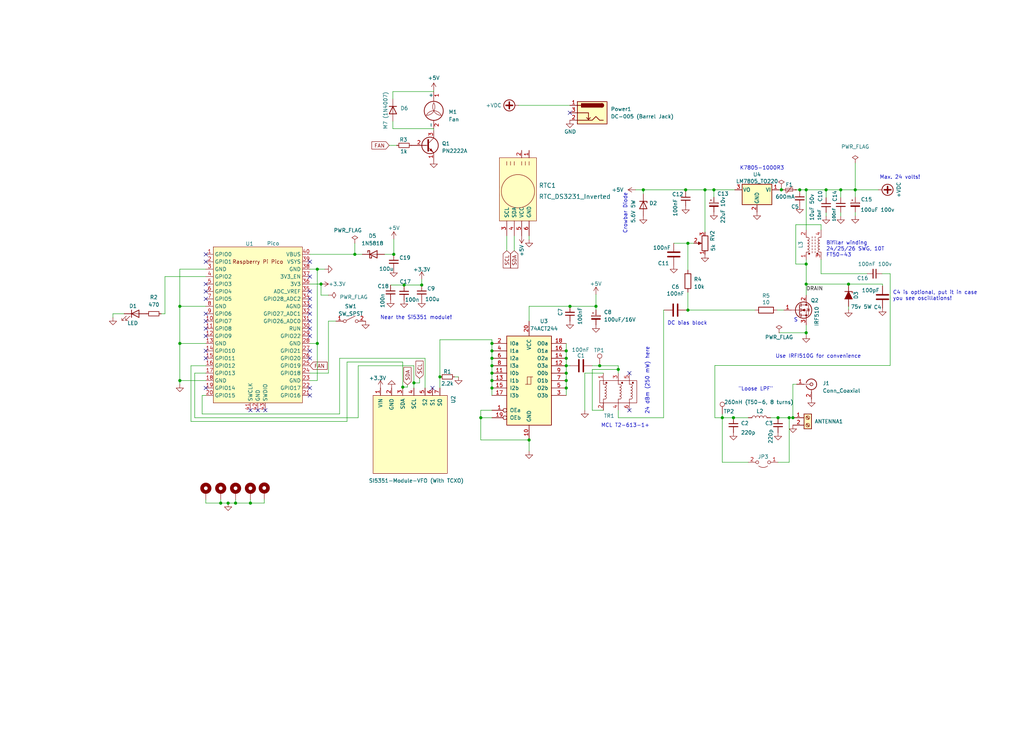
<source format=kicad_sch>
(kicad_sch (version 20230121) (generator eeschema)
  (paper "User" 350.012 250.012)
  (title_block (title "Minimal, reliable, cheap WSPR + FT8 beacon - \"Rogue Radio v2\"") (date "2023-01-30") (rev "V1") (company "Dhiru Kholia (VU3CER)"))
  (junction (at 194.818 104.775))
  (junction (at 234.3658 64.9224))
  (junction (at 61.468 130.175))
  (junction (at 193.548 120.015))
  (junction (at 193.548 127.635))
  (junction (at 292.3286 64.9224))
  (junction (at 273.3548 64.9224))
  (junction (at 244.0178 64.9224))
  (junction (at 168.148 132.715))
  (junction (at 75.438 172.085))
  (junction (at 275.5646 113.8174))
  (junction (at 240.9698 64.9224))
  (junction (at 109.728 97.155))
  (junction (at 77.978 172.085))
  (junction (at 275.5646 90.3224))
  (junction (at 235.1278 83.2104))
  (junction (at 204.978 125.095))
  (junction (at 168.148 122.555))
  (junction (at 108.458 117.475))
  (junction (at 141.478 130.9624))
  (junction (at 282.3718 64.9224))
  (junction (at 193.548 122.555))
  (junction (at 85.598 172.085))
  (junction (at 269.748 142.875))
  (junction (at 144.145 97.4852))
  (junction (at 180.848 150.495))
  (junction (at 193.548 130.175))
  (junction (at 267.081 64.9224))
  (junction (at 193.548 132.715))
  (junction (at 275.5646 64.9224))
  (junction (at 168.148 130.175))
  (junction (at 290.0426 97.1804))
  (junction (at 235.1278 106.0704))
  (junction (at 61.468 117.475))
  (junction (at 265.938 142.875))
  (junction (at 168.148 117.475))
  (junction (at 168.148 125.095))
  (junction (at 137.668 132.4102))
  (junction (at 219.8878 64.9224))
  (junction (at 246.888 142.875))
  (junction (at 134.5946 86.995))
  (junction (at 203.708 104.775))
  (junction (at 168.148 120.015))
  (junction (at 211.328 126.365))
  (junction (at 271.018 142.875))
  (junction (at 138.1252 97.4852))
  (junction (at 61.468 104.775))
  (junction (at 168.148 127.635))
  (junction (at 80.518 172.085))
  (junction (at 108.458 92.075))
  (junction (at 287.3756 64.9224))
  (junction (at 121.285 86.995))
  (junction (at 164.338 142.875))
  (junction (at 250.698 142.875))
  (junction (at 193.548 125.095))
  (junction (at 275.5646 97.1804))
  (junction (at 150.368 128.905))
  (no_connect (at 70.358 112.395))
  (no_connect (at 105.918 89.535))
  (no_connect (at 105.918 99.695))
  (no_connect (at 105.918 102.235))
  (no_connect (at 105.918 107.315))
  (no_connect (at 105.918 109.855))
  (no_connect (at 105.918 112.395))
  (no_connect (at 105.918 114.935))
  (no_connect (at 105.918 104.775))
  (no_connect (at 70.358 114.935))
  (no_connect (at 90.678 140.335))
  (no_connect (at 105.918 94.615))
  (no_connect (at 70.358 86.995))
  (no_connect (at 70.358 107.315))
  (no_connect (at 70.358 102.235))
  (no_connect (at 70.358 109.855))
  (no_connect (at 88.138 140.335))
  (no_connect (at 70.358 120.015))
  (no_connect (at 70.358 132.715))
  (no_connect (at 105.918 122.555))
  (no_connect (at 105.918 120.015))
  (no_connect (at 70.358 122.555))
  (no_connect (at 105.918 135.255))
  (no_connect (at 215.138 127.635))
  (no_connect (at 85.598 140.335))
  (no_connect (at 147.828 132.715))
  (no_connect (at 194.7926 38.5826))
  (no_connect (at 70.358 89.535))
  (no_connect (at 215.138 140.335))
  (no_connect (at 105.918 132.715))
  (no_connect (at 70.358 97.155))
  (no_connect (at 70.358 99.695))
  (wire (pts (xy 211.328 127.635) (xy 211.328 126.365)))
  (wire (pts (xy 287.3756 64.9224) (xy 292.3286 64.9224)))
  (wire (pts (xy 138.1252 97.4852) (xy 144.145 97.4852)))
  (wire (pts (xy 141.478 130.9624) (xy 143.4084 130.9624)))
  (wire (pts (xy 272.0086 90.3224) (xy 272.0086 76.8604)))
  (wire (pts (xy 193.548 125.095) (xy 193.548 127.635)))
  (wire (pts (xy 235.1278 83.2104) (xy 230.3018 83.2104)))
  (wire (pts (xy 244.0178 64.9224) (xy 251.1298 64.9224)))
  (wire (pts (xy 199.898 127.635) (xy 199.898 140.335)))
  (wire (pts (xy 265.6586 106.0704) (xy 267.9446 106.0704)))
  (wire (pts (xy 61.468 117.475) (xy 70.358 117.475)))
  (wire (pts (xy 155.448 128.905) (xy 156.718 128.905)))
  (wire (pts (xy 168.148 130.175) (xy 168.148 132.715)))
  (wire (pts (xy 246.888 142.875) (xy 246.888 158.115)))
  (wire (pts (xy 282.3718 72.6948) (xy 282.3718 73.9648)))
  (wire (pts (xy 244.348 142.875) (xy 246.888 142.875)))
  (wire (pts (xy 244.348 125.0188) (xy 244.348 142.875)))
  (wire (pts (xy 193.548 117.475) (xy 193.548 120.015)))
  (wire (pts (xy 108.458 92.075) (xy 110.998 92.075)))
  (wire (pts (xy 168.148 116.205) (xy 150.368 116.205)))
  (wire (pts (xy 240.9698 64.9224) (xy 240.9698 79.4004)))
  (wire (pts (xy 108.458 130.175) (xy 105.918 130.175)))
  (wire (pts (xy 90.3224 170.7388) (xy 90.3224 172.085)))
  (wire (pts (xy 275.5646 97.1804) (xy 275.5646 100.9904)))
  (wire (pts (xy 217.2208 64.9224) (xy 219.8878 64.9224)))
  (wire (pts (xy 250.698 142.875) (xy 255.778 142.875)))
  (wire (pts (xy 69.088 141.605) (xy 116.078 141.605)))
  (wire (pts (xy 80.518 172.085) (xy 85.598 172.085)))
  (wire (pts (xy 105.918 86.995) (xy 121.285 86.995)))
  (wire (pts (xy 267.081 64.1604) (xy 267.081 64.9224)))
  (wire (pts (xy 275.5646 90.3224) (xy 275.5646 97.1804)))
  (wire (pts (xy 116.078 122.555) (xy 116.078 141.605)))
  (wire (pts (xy 193.548 132.715) (xy 193.548 130.175)))
  (wire (pts (xy 193.548 122.555) (xy 193.548 125.095)))
  (wire (pts (xy 112.268 127.635) (xy 112.268 109.855)))
  (wire (pts (xy 180.848 104.775) (xy 194.818 104.775)))
  (wire (pts (xy 275.5646 90.3224) (xy 272.0086 90.3224)))
  (wire (pts (xy 61.468 92.075) (xy 61.468 104.775)))
  (wire (pts (xy 38.608 107.315) (xy 38.608 108.585)))
  (wire (pts (xy 80.518 170.815) (xy 80.518 172.085)))
  (wire (pts (xy 177.2666 36.0426) (xy 194.7926 36.0426)))
  (wire (pts (xy 304.2666 93.6244) (xy 304.2666 125.0188)))
  (wire (pts (xy 266.2936 113.8174) (xy 275.5646 113.8174)))
  (wire (pts (xy 105.918 97.155) (xy 109.728 97.155)))
  (wire (pts (xy 235.1278 99.9744) (xy 235.1278 106.0704)))
  (wire (pts (xy 109.728 97.155) (xy 109.728 100.965)))
  (wire (pts (xy 211.328 142.875) (xy 226.822 142.875)))
  (wire (pts (xy 235.1278 106.0704) (xy 258.0386 106.0704)))
  (wire (pts (xy 175.768 80.645) (xy 175.768 85.725)))
  (wire (pts (xy 168.148 122.555) (xy 168.148 120.015)))
  (wire (pts (xy 61.468 104.775) (xy 70.358 104.775)))
  (wire (pts (xy 141.478 130.9624) (xy 141.478 132.715)))
  (wire (pts (xy 69.088 135.255) (xy 69.088 141.605)))
  (wire (pts (xy 180.848 80.645) (xy 180.848 81.915)))
  (wire (pts (xy 246.888 141.605) (xy 246.888 142.875)))
  (wire (pts (xy 292.3286 72.5424) (xy 292.3286 73.8124)))
  (wire (pts (xy 282.3718 64.9224) (xy 282.3718 67.6148)))
  (wire (pts (xy 134.62 81.788) (xy 134.62 86.995)))
  (wire (pts (xy 234.3658 64.9224) (xy 234.3658 65.4304)))
  (wire (pts (xy 290.0426 97.1804) (xy 301.6504 97.1804)))
  (wire (pts (xy 122.428 125.095) (xy 122.428 142.875)))
  (wire (pts (xy 292.3286 64.9224) (xy 300.2026 64.9224)))
  (wire (pts (xy 234.3658 64.9224) (xy 240.9698 64.9224)))
  (wire (pts (xy 137.668 132.4102) (xy 137.668 132.715)))
  (wire (pts (xy 180.848 104.775) (xy 180.848 109.855)))
  (wire (pts (xy 265.938 158.115) (xy 269.748 158.115)))
  (wire (pts (xy 133.5024 97.4852) (xy 138.1252 97.4852)))
  (wire (pts (xy 75.438 170.815) (xy 75.438 172.085)))
  (wire (pts (xy 137.668 123.825) (xy 137.668 132.4102)))
  (wire (pts (xy 204.978 125.095) (xy 211.328 125.095)))
  (wire (pts (xy 272.288 64.9224) (xy 273.3548 64.9224)))
  (wire (pts (xy 70.358 94.615) (xy 56.388 94.615)))
  (wire (pts (xy 121.285 83.185) (xy 121.285 86.995)))
  (wire (pts (xy 70.358 130.175) (xy 61.468 130.175)))
  (wire (pts (xy 77.978 172.085) (xy 80.518 172.085)))
  (wire (pts (xy 211.328 140.335) (xy 211.328 142.875)))
  (wire (pts (xy 164.338 140.335) (xy 164.338 142.875)))
  (wire (pts (xy 211.328 126.365) (xy 211.328 125.095)))
  (wire (pts (xy 42.418 107.315) (xy 38.608 107.315)))
  (wire (pts (xy 234.6706 106.0704) (xy 235.1278 106.0704)))
  (wire (pts (xy 273.3548 65.3034) (xy 273.3548 64.9224)))
  (wire (pts (xy 280.6446 93.6244) (xy 296.3926 93.6244)))
  (wire (pts (xy 292.3286 64.9224) (xy 292.3286 67.4624)))
  (wire (pts (xy 193.548 127.635) (xy 193.548 130.175)))
  (wire (pts (xy 173.228 80.645) (xy 173.228 85.725)))
  (wire (pts (xy 70.358 125.095) (xy 65.278 125.095)))
  (wire (pts (xy 75.438 172.085) (xy 77.978 172.085)))
  (wire (pts (xy 203.708 100.711) (xy 203.708 104.775)))
  (wire (pts (xy 219.8878 64.9224) (xy 234.3658 64.9224)))
  (wire (pts (xy 273.3548 64.9224) (xy 275.5646 64.9224)))
  (wire (pts (xy 168.148 117.475) (xy 168.148 120.015)))
  (wire (pts (xy 263.398 142.875) (xy 265.938 142.875)))
  (wire (pts (xy 55.118 107.315) (xy 56.388 107.315)))
  (wire (pts (xy 168.148 127.635) (xy 168.148 125.095)))
  (wire (pts (xy 282.3718 64.9224) (xy 287.3756 64.9224)))
  (wire (pts (xy 246.888 142.875) (xy 250.698 142.875)))
  (wire (pts (xy 105.918 117.475) (xy 108.458 117.475)))
  (wire (pts (xy 301.6504 97.1804) (xy 301.6504 97.79)))
  (wire (pts (xy 70.358 127.635) (xy 66.548 127.635)))
  (wire (pts (xy 61.468 130.175) (xy 61.468 131.445)))
  (wire (pts (xy 108.458 117.475) (xy 108.458 130.175)))
  (wire (pts (xy 150.368 116.205) (xy 150.368 128.905)))
  (wire (pts (xy 280.6446 76.8604) (xy 280.6446 78.6384)))
  (wire (pts (xy 66.548 127.635) (xy 66.548 142.875)))
  (wire (pts (xy 275.5646 90.3224) (xy 275.5646 88.7984)))
  (wire (pts (xy 134.5946 86.995) (xy 134.62 86.995)))
  (wire (pts (xy 150.368 128.905) (xy 150.368 132.715)))
  (wire (pts (xy 280.6446 88.7984) (xy 280.6446 93.6244)))
  (wire (pts (xy 105.918 92.075) (xy 108.458 92.075)))
  (wire (pts (xy 202.438 125.095) (xy 204.978 125.095)))
  (wire (pts (xy 235.1278 83.2104) (xy 235.1278 92.3544)))
  (wire (pts (xy 164.338 150.495) (xy 180.848 150.495)))
  (wire (pts (xy 144.145 95.5294) (xy 144.145 97.4852)))
  (wire (pts (xy 105.918 127.635) (xy 112.268 127.635)))
  (wire (pts (xy 202.438 140.335) (xy 206.248 140.335)))
  (wire (pts (xy 144.145 97.4852) (xy 144.145 97.5106)))
  (wire (pts (xy 56.388 94.615) (xy 56.388 107.315)))
  (wire (pts (xy 112.268 109.855) (xy 114.808 109.855)))
  (wire (pts (xy 137.668 132.4102) (xy 139.2682 132.4102)))
  (wire (pts (xy 275.5646 111.1504) (xy 275.5646 113.8174)))
  (wire (pts (xy 65.278 144.145) (xy 118.618 144.145)))
  (wire (pts (xy 301.4726 93.6244) (xy 304.2666 93.6244)))
  (wire (pts (xy 70.358 92.075) (xy 61.468 92.075)))
  (wire (pts (xy 193.548 125.095) (xy 194.818 125.095)))
  (wire (pts (xy 199.898 127.635) (xy 206.248 127.635)))
  (wire (pts (xy 203.708 104.775) (xy 203.708 106.045)))
  (wire (pts (xy 134.2898 44.0182) (xy 148.2598 44.0182)))
  (wire (pts (xy 240.9698 64.9224) (xy 244.0178 64.9224)))
  (wire (pts (xy 244.348 125.0188) (xy 304.2666 125.0188)))
  (wire (pts (xy 85.598 170.815) (xy 85.598 172.085)))
  (wire (pts (xy 180.848 150.495) (xy 180.848 154.305)))
  (wire (pts (xy 287.3756 64.9224) (xy 287.3756 67.564)))
  (wire (pts (xy 168.148 117.475) (xy 168.148 116.205)))
  (wire (pts (xy 202.438 126.365) (xy 211.328 126.365)))
  (wire (pts (xy 135.5598 49.7332) (xy 133.0198 49.7332)))
  (wire (pts (xy 168.148 127.635) (xy 168.148 130.175)))
  (wire (pts (xy 145.288 132.715) (xy 145.288 122.555)))
  (wire (pts (xy 69.088 135.255) (xy 70.358 135.255)))
  (wire (pts (xy 118.618 123.825) (xy 118.618 144.145)))
  (wire (pts (xy 70.358 170.815) (xy 70.358 172.085)))
  (wire (pts (xy 122.428 125.095) (xy 141.478 125.095)))
  (wire (pts (xy 164.338 142.875) (xy 164.338 150.495)))
  (wire (pts (xy 168.148 132.715) (xy 168.148 135.255)))
  (wire (pts (xy 226.822 106.0704) (xy 226.822 142.875)))
  (wire (pts (xy 266.3698 64.9224) (xy 267.081 64.9224)))
  (wire (pts (xy 202.438 140.335) (xy 202.438 126.365)))
  (wire (pts (xy 271.018 131.445) (xy 271.018 142.875)))
  (wire (pts (xy 168.148 122.555) (xy 168.148 125.095)))
  (wire (pts (xy 121.285 86.995) (xy 123.825 86.995)))
  (wire (pts (xy 275.5646 64.9224) (xy 282.3718 64.9224)))
  (wire (pts (xy 148.2598 30.9118) (xy 148.2598 31.3182)))
  (wire (pts (xy 269.748 158.115) (xy 269.748 142.875)))
  (wire (pts (xy 292.3286 55.7784) (xy 292.3286 64.9224)))
  (wire (pts (xy 275.5646 113.8174) (xy 275.5646 114.5794)))
  (wire (pts (xy 194.818 104.775) (xy 203.708 104.775)))
  (wire (pts (xy 219.8878 66.3194) (xy 219.8878 64.9224)))
  (wire (pts (xy 168.148 142.875) (xy 164.338 142.875)))
  (wire (pts (xy 70.358 172.085) (xy 75.438 172.085)))
  (wire (pts (xy 237.1598 83.2104) (xy 235.1278 83.2104)))
  (wire (pts (xy 287.3756 72.644) (xy 287.3756 73.914)))
  (wire (pts (xy 109.728 100.965) (xy 112.268 100.965)))
  (wire (pts (xy 138.1252 97.6122) (xy 138.1252 97.4852)))
  (wire (pts (xy 65.278 125.095) (xy 65.278 144.145)))
  (wire (pts (xy 143.4084 129.4384) (xy 143.4084 130.9624)))
  (wire (pts (xy 193.548 132.715) (xy 193.548 135.255)))
  (wire (pts (xy 244.0178 67.4624) (xy 244.0178 64.9224)))
  (wire (pts (xy 134.2898 41.4782) (xy 134.2898 44.0182)))
  (wire (pts (xy 148.2598 44.0182) (xy 148.2598 44.6532)))
  (wire (pts (xy 61.468 117.475) (xy 61.468 130.175)))
  (wire (pts (xy 272.288 131.445) (xy 271.018 131.445)))
  (wire (pts (xy 139.2682 131.6482) (xy 139.2682 132.4102)))
  (wire (pts (xy 272.0086 76.8604) (xy 280.6446 76.8604)))
  (wire (pts (xy 145.288 122.555) (xy 116.078 122.555)))
  (wire (pts (xy 275.5646 64.9224) (xy 275.5646 78.6384)))
  (wire (pts (xy 267.081 64.9224) (xy 267.208 64.9224)))
  (wire (pts (xy 141.478 125.095) (xy 141.478 130.9624)))
  (wire (pts (xy 134.2898 31.3182) (xy 134.2898 33.8582)))
  (wire (pts (xy 66.548 142.875) (xy 122.428 142.875)))
  (wire (pts (xy 85.598 172.085) (xy 90.3224 172.085)))
  (wire (pts (xy 108.458 92.075) (xy 108.458 117.475)))
  (wire (pts (xy 290.0426 105.8164) (xy 290.0426 104.8004)))
  (wire (pts (xy 118.618 123.825) (xy 137.668 123.825)))
  (wire (pts (xy 193.548 122.555) (xy 193.548 120.015)))
  (wire (pts (xy 275.5646 97.1804) (xy 290.0426 97.1804)))
  (wire (pts (xy 131.445 86.995) (xy 134.5946 86.995)))
  (wire (pts (xy 265.938 142.875) (xy 269.748 142.875)))
  (wire (pts (xy 168.148 140.335) (xy 164.338 140.335)))
  (wire (pts (xy 226.822 106.0704) (xy 227.0506 106.0704)))
  (wire (pts (xy 246.888 158.115) (xy 255.778 158.115)))
  (wire (pts (xy 61.468 104.775) (xy 61.468 117.475)))
  (wire (pts (xy 269.748 142.875) (xy 271.018 142.875)))
  (wire (pts (xy 134.2898 31.3182) (xy 148.2598 31.3182)))
  (text "Bifilar winding\n24/25/26 SWG, 10T\nFT50-43" (at 282.3718 88.0364 0) (effects (font (size 1.27 1.27)) (justify left bottom)))
  (text "Max. 24 volts!" (at 300.6598 61.468 0) (effects (font (size 1.27 1.27)) (justify left bottom)))
  (text "Near the Si5351 module!" (at 129.9464 109.4486 0) (effects (font (size 1.27 1.27)) (justify left bottom)))
  (text "DC bias block" (at 228.092 111.3536 0) (effects (font (size 1.27 1.27)) (justify left bottom)))
  (text "S" (at 271.3228 110.2868 0) (effects (font (size 1.27 1.27)) (justify left bottom)))
  (text "\"Loose LPF\"" (at 252.349 133.8834 0) (effects (font (size 1.27 1.27)) (justify left bottom)))
  (text "MCL T2-613-1+" (at 205.4098 146.3548 0) (effects (font (size 1.27 1.27)) (justify left bottom)))
  (text "C4 is optional, put it in case\nyou see oscillations!" (at 305.181 102.9462 0) (effects (font (size 1.27 1.27)) (justify left bottom)))
  (text "K7805-1000R3" (at 252.857 58.3184 0) (effects (font (size 1.27 1.27)) (justify left bottom)))
  (text "Use IRFI510G for convenience" (at 265.049 122.682 0) (effects (font (size 1.27 1.27)) (justify left bottom)))
  (text "Crowbar Diode" (at 214.4776 79.9846 90) (effects (font (size 1.27 1.27)) (justify left bottom)))
  (text "24 dBm (250 mW) here" (at 222.0214 141.7828 90) (effects (font (size 1.27 1.27)) (justify left bottom)))
  (label "DRAIN" (at 275.5646 99.7204 0))
  (global_label "SCL" (shape input) (at 173.228 85.725 270) (property "Intersheetrefs" "${INTERSHEET_REFS}" (effects hide)))
  (global_label "SDA" (shape input) (at 175.768 85.725 270) (property "Intersheetrefs" "${INTERSHEET_REFS}" (effects hide)))
  (global_label "SCL" (shape input) (at 143.4084 129.4384 90) (property "Intersheetrefs" "${INTERSHEET_REFS}" (effects hide)))
  (global_label "FAN" (shape input) (at 133.0198 49.7332 180) (property "Intersheetrefs" "${INTERSHEET_REFS}" (effects hide)))
  (global_label "FAN" (shape input) (at 105.918 125.095 0) (property "Intersheetrefs" "${INTERSHEET_REFS}" (effects hide)))
  (global_label "SDA" (shape input) (at 139.2682 131.6482 90) (property "Intersheetrefs" "${INTERSHEET_REFS}" (effects hide)))
  (symbol (lib_id "Control-Board-rescue:SI5351Module_2-VFO-SDR_SSB-rescue-Hack-v1-rescue") (at 140.208 147.955 270) (unit 1)
    (property "Reference" "U2" (at 154.94 135.255 0) (effects (justify left)))
    (property "Value" "SI5351-Module-VFO (With TCXO)" (at 126.0348 164.4142 90) (effects (justify left)))
    (property "Footprint" "footprints:SI5351 Module" (effects hide))
    (property "Populate" "no" (effects hide))
    (property "URL" "https://www.adafruit.com/product/2045" (effects hide))
  )
  (symbol (lib_id "power:GND") (at 133.858 132.715 180) (unit 1)
    (property "Reference" "#PWR0108" (effects hide))
    (property "Value" "GND" (effects hide))
  )
  (symbol (lib_id "Device:C_Small") (at 144.145 100.0506 0) (unit 1)
    (property "Reference" "C9" (at 145.9992 98.679 0) (effects (justify left)))
    (property "Value" "100u" (at 145.288 102.3112 0) (effects (justify left)))
    (property "Footprint" "Capacitor_SMD:C_1210_3225Metric_Pad1.33x2.70mm_HandSolder" (effects hide))
    (property "URL" "https://www.digikey.com/en/products/detail/rubycon/16ZLH100MEFC5X11/3134106" (effects hide))
  )
  (symbol (lib_id "power:GND") (at 234.3658 70.5104 0) (unit 1)
    (property "Reference" "#PWR020" (effects hide))
    (property "Value" "GND" (effects hide))
  )
  (symbol (lib_id "power:GND") (at 271.018 145.415 0) (mirror y) (unit 1)
    (property "Reference" "#PWR0102" (effects hide))
    (property "Value" "GND" (effects hide))
  )
  (symbol (lib_id "Transistor_FET:IRF540N") (at 273.0246 106.0704 0) (unit 1)
    (property "Reference" "Q2" (at 277.0886 102.7684 0) (effects (justify left)))
    (property "Value" "IRF510" (at 279.146 111.5822 90) (effects (justify left)))
    (property "Footprint" "footprints:TO-220-3_Horizontal_TabDown" (effects hide))
    (property "Datasheet" "http://www.irf.com/product-info/datasheets/data/irf540n.pdf" (effects hide))
  )
  (symbol (lib_id "power:+3.3V") (at 109.728 97.155 270) (unit 1)
    (property "Reference" "#PWR012" (effects hide))
    (property "Value" "+3.3V" (at 112.268 97.155 90) (effects (justify left)))
  )
  (symbol (lib_id "t2-613-1+:T2-613-1+") (at 208.788 133.985 90) (mirror x) (unit 1)
    (property "Reference" "TR1" (at 210.0326 142.24 90) (effects (justify left)))
    (property "Value" "T2-613-1+" (effects hide))
    (property "Footprint" "footprints:KK81" (effects hide))
    (property "URL" "https://www.minicircuits.com/WebStore/dashboard.html?model=T2-613-1-KK81%2B" (effects hide))
  )
  (symbol (lib_id "Device:L_Ferrite_Coupled") (at 278.1046 83.7184 90) (unit 1)
    (property "Reference" "L3" (at 273.6596 83.7184 0))
    (property "Value" "L_Ferrite_Coupled" (effects hide))
    (property "Footprint" "footprints:FT50-43 Transformer" (effects hide))
  )
  (symbol (lib_id "Device:R_Small") (at 138.0998 49.7332 90) (unit 1)
    (property "Reference" "R3" (at 137.8966 47.7774 90))
    (property "Value" "1k" (at 138.0236 51.7906 90))
    (property "Footprint" "Resistor_SMD:R_1206_3216Metric_Pad1.30x1.75mm_HandSolder" (effects hide))
  )
  (symbol (lib_id "power:GND") (at 199.898 140.335 0) (mirror y) (unit 1)
    (property "Reference" "#PWR09" (effects hide))
    (property "Value" "GND" (effects hide))
  )
  (symbol (lib_id "power:GND") (at 133.5024 102.5652 0) (unit 1)
    (property "Reference" "#PWR025" (effects hide))
    (property "Value" "GNDPWR" (effects hide))
  )
  (symbol (lib_id "Motor:Fan") (at 148.2598 38.9382 0) (unit 1)
    (property "Reference" "M1" (at 153.3398 38.3032 0) (effects (justify left)))
    (property "Value" "Fan" (at 153.3398 40.8432 0) (effects (justify left)))
    (property "Footprint" "Connector_PinHeader_2.54mm:PinHeader_1x02_P2.54mm_Vertical_SMD_Pin1Left" (effects hide))
  )
  (symbol (lib_id "Connector:TestPoint") (at 204.978 125.095 0) (unit 1)
    (property "Reference" "TP1" (at 206.6036 119.8118 0) (effects (justify right)))
    (property "Value" "TestPoint" (effects hide))
    (property "Footprint" "TestPoint:TestPoint_Keystone_5019_Minature" (effects hide))
    (property "Populate" "no" (effects hide))
    (property "URL" "https://robu.in/product/1x40-berg-strip-male-connector/" (effects hide))
  )
  (symbol (lib_id "rtc_ds3231_inverted:RTC_DS3231_Inverted") (at 175.768 65.405 270) (unit 1)
    (property "Reference" "RTC1" (at 184.15 63.4365 90) (effects (font (size 1.524 1.524)) (justify left)))
    (property "Value" "RTC_DS3231_Inverted" (at 184.15 67.2465 90) (effects (font (size 1.524 1.524)) (justify left)))
    (property "Footprint" "Connector_PinSocket_2.54mm:PinSocket_1x06_P2.54mm_Horizontal" (effects hide))
    (property "Populate" "no" (effects hide))
    (property "URL" "https://robu.in/product/1x40-berg-strip-right-angle-female-connector-5pcs/" (effects hide))
  )
  (symbol (lib_id "power:GND") (at 203.708 111.125 0) (unit 1)
    (property "Reference" "#PWR08" (effects hide))
    (property "Value" "GNDPWR" (effects hide))
  )
  (symbol (lib_id "power:+3.3V") (at 144.145 95.5294 0) (unit 1)
    (property "Reference" "#PWR022" (effects hide))
    (property "Value" "+3.3V" (at 141.1986 92.1766 0) (effects (justify left)))
  )
  (symbol (lib_id "power:GND") (at 61.468 131.445 0) (unit 1)
    (property "Reference" "#PWR016" (effects hide))
    (property "Value" "GND" (effects hide))
  )
  (symbol (lib_id "power:GND") (at 258.7498 72.5424 0) (unit 1)
    (property "Reference" "#PWR019" (effects hide))
    (property "Value" "GND" (effects hide))
  )
  (symbol (lib_id "power:GND") (at 180.848 154.305 0) (unit 1)
    (property "Reference" "#PWR05" (effects hide))
    (property "Value" "GNDPWR" (effects hide))
  )
  (symbol (lib_id "Mechanical:MountingHole_Pad") (at 80.518 168.275 0) (unit 1)
    (property "Reference" "H3" (effects hide))
    (property "Value" "MountingHole_Pad" (effects hide))
    (property "Footprint" "MountingHole:MountingHole_3.2mm_M3_Pad_Via" (effects hide))
  )
  (symbol (lib_id "Device:C_Small") (at 287.3756 70.104 0) (unit 1)
    (property "Reference" "C14" (at 285.3436 67.056 90))
    (property "Value" "100nF" (at 285.0896 73.406 90) (effects (font (size 0.9906 0.9906))))
    (property "Footprint" "Capacitor_SMD:C_1206_3216Metric_Pad1.33x1.80mm_HandSolder" (effects hide))
  )
  (symbol (lib_id "power:PWR_FLAG") (at 112.268 100.965 270) (unit 1)
    (property "Reference" "#FLG02" (effects hide))
    (property "Value" "PWR_FLAG" (at 116.078 101.6 90) (effects (justify left)))
  )
  (symbol (lib_id "power:GND") (at 219.8878 73.9394 0) (unit 1)
    (property "Reference" "#PWR015" (effects hide))
    (property "Value" "GND" (effects hide))
  )
  (symbol (lib_id "Device:C_Small") (at 298.9326 93.6244 270) (unit 1)
    (property "Reference" "C16" (at 294.8686 95.1484 90))
    (property "Value" "100nF 100v" (at 299.0596 90.3224 90))
    (property "Footprint" "Capacitor_SMD:C_1206_3216Metric_Pad1.33x1.80mm_HandSolder" (effects hide))
  )
  (symbol (lib_id "Device:C_Small") (at 273.3548 67.8434 0) (unit 1)
    (property "Reference" "C5" (at 270.4084 70.6882 0) (effects (justify left)))
    (property "Value" "10uF 50v" (at 277.5204 75.5142 90) (effects (justify left)))
    (property "Footprint" "Capacitor_SMD:C_1210_3225Metric_Pad1.33x2.70mm_HandSolder" (effects hide))
  )
  (symbol (lib_id "power:GND") (at 110.998 92.075 90) (unit 1)
    (property "Reference" "#PWR03" (effects hide))
    (property "Value" "GND" (effects hide))
  )
  (symbol (lib_id "power:GND") (at 230.3018 90.8304 0) (unit 1)
    (property "Reference" "#PWR0111" (effects hide))
    (property "Value" "GND" (effects hide))
  )
  (symbol (lib_id "Jumper:Jumper_2_Open") (at 260.858 158.115 180) (unit 1)
    (property "Reference" "JP3" (at 260.858 156.21 0))
    (property "Value" "Jumper_2_Open" (effects hide))
    (property "Footprint" "Jumper:SolderJumper-2_P1.3mm_Open_TrianglePad1.0x1.5mm" (effects hide))
  )
  (symbol (lib_id "power:GND") (at 138.1252 102.6922 0) (unit 1)
    (property "Reference" "#PWR024" (effects hide))
    (property "Value" "GNDPWR" (effects hide))
  )
  (symbol (lib_id "Mechanical:MountingHole_Pad") (at 70.358 168.275 0) (unit 1)
    (property "Reference" "H1" (effects hide))
    (property "Value" "MountingHole_Pad" (effects hide))
    (property "Footprint" "MountingHole:MountingHole_3.2mm_M3_Pad_Via" (effects hide))
  )
  (symbol (lib_id "Device:C_Small") (at 134.5946 89.535 0) (unit 1)
    (property "Reference" "C19" (at 136.4488 88.1634 0) (effects (justify left)))
    (property "Value" "100u" (at 129.5654 91.9734 0) (effects (justify left)))
    (property "Footprint" "Capacitor_SMD:C_1210_3225Metric_Pad1.33x2.70mm_HandSolder" (effects hide))
    (property "URL" "https://www.digikey.com/en/products/detail/rubycon/16ZLH100MEFC5X11/3134106" (effects hide))
  )
  (symbol (lib_id "Device:Polyfuse_Small") (at 269.748 64.9224 90) (unit 1)
    (property "Reference" "F1" (at 269.748 63.1444 90))
    (property "Value" "600mA" (at 268.3764 67.2846 90))
    (property "Footprint" "Fuse:Fuse_1812_4532Metric_Pad1.30x3.40mm_HandSolder" (effects hide))
  )
  (symbol (lib_id "power:GND") (at 250.698 147.955 0) (mirror y) (unit 1)
    (property "Reference" "#PWR0103" (effects hide))
    (property "Value" "GND" (effects hide))
  )
  (symbol (lib_id "power:PWR_FLAG") (at 266.2936 113.8174 0) (unit 1)
    (property "Reference" "#FLG0104" (effects hide))
    (property "Value" "PWR_FLAG" (at 266.2936 115.3414 0))
  )
  (symbol (lib_id "Device:C_Small") (at 133.5024 100.0252 0) (unit 1)
    (property "Reference" "C18" (at 129.032 97.8916 0) (effects (justify left)))
    (property "Value" "100n" (at 130.7592 105.3338 90) (effects (justify left)))
    (property "Footprint" "Capacitor_SMD:C_1206_3216Metric_Pad1.33x1.80mm_HandSolder" (effects hide))
    (property "URL" "https://www.digikey.com/en/products/detail/rubycon/16ZLH100MEFC5X11/3134106" (effects hide))
  )
  (symbol (lib_id "Device:C_Small") (at 282.3718 70.1548 0) (unit 1)
    (property "Reference" "C10" (at 280.3398 67.1068 90))
    (property "Value" "10nF" (at 280.0858 73.4568 90) (effects (font (size 0.9906 0.9906))))
    (property "Footprint" "Capacitor_SMD:C_1206_3216Metric_Pad1.33x1.80mm_HandSolder" (effects hide))
  )
  (symbol (lib_id "Device:C_Small") (at 250.698 145.415 0) (unit 1)
    (property "Reference" "C2" (at 253.238 144.78 0) (effects (justify left)))
    (property "Value" "220p" (at 253.238 147.955 0) (effects (justify left)))
    (property "Footprint" "Capacitor_SMD:C_1206_3216Metric_Pad1.33x1.80mm_HandSolder" (effects hide))
    (property "Populate" "yes" (effects hide))
    (property "URL" "https://www.digikey.in/en/products/detail/vishay-beyschlag-draloric-bc-components/K221J15C0GF5TL2/286471" (effects hide))
  )
  (symbol (lib_id "power:GND") (at 292.3286 73.8124 0) (unit 1)
    (property "Reference" "#PWR0115" (effects hide))
    (property "Value" "GND" (effects hide))
  )
  (symbol (lib_id "Device:C_Polarized_Small") (at 203.708 108.585 0) (unit 1)
    (property "Reference" "C8" (at 206.4004 106.7688 0) (effects (justify left)))
    (property "Value" "100uF/16V" (at 206.4004 109.3088 0) (effects (justify left)))
    (property "Footprint" "Capacitor_THT:CP_Radial_D4.0mm_P2.00mm" (effects hide))
    (property "URL" "https://www.digikey.com/en/products/detail/rubycon/16ZLH100MEFC5X11/3134106" (effects hide))
  )
  (symbol (lib_id "Device:L") (at 259.588 142.875 90) (unit 1)
    (property "Reference" "L2" (at 259.7404 140.6398 90))
    (property "Value" "260nH (T50-6, 8 turns)" (at 259.3848 137.541 90))
    (property "Footprint" "footprints:T37-2" (effects hide))
    (property "Datasheet" "https://toroids.info/T50-6.php" (effects hide))
    (property "Populate" "no" (effects hide))
    (property "URL" "https://kitsandparts.com/" (effects hide))
  )
  (symbol (lib_id "Connector:Barrel_Jack_Switch") (at 202.4126 38.5826 0) (mirror y) (unit 1)
    (property "Reference" "Power1" (at 208.7626 37.3125 0) (effects (justify right)))
    (property "Value" "DC-005 (Barrel Jack)" (at 208.7626 39.8525 0) (effects (justify right)))
    (property "Footprint" "footprints:XKB_DC-005-5A-2.0_Modded" (effects hide))
  )
  (symbol (lib_id "Connector:TestPoint") (at 246.888 141.605 0) (unit 1)
    (property "Reference" "TP2" (at 250.952 140.716 0) (effects (justify right)))
    (property "Value" "TestPoint" (effects hide))
    (property "Footprint" "TestPoint:TestPoint_Keystone_5019_Minature" (effects hide))
    (property "Populate" "no" (effects hide))
    (property "URL" "https://robu.in/product/1x40-berg-strip-male-connector/" (effects hide))
  )
  (symbol (lib_id "power:+VDC") (at 300.2026 64.9224 270) (unit 1)
    (property "Reference" "#PWR018" (effects hide))
    (property "Value" "+VDC" (at 307.1876 64.9224 0))
  )
  (symbol (lib_id "power:GND") (at 273.3548 70.3834 0) (unit 1)
    (property "Reference" "#PWR0109" (effects hide))
    (property "Value" "GND" (effects hide))
  )
  (symbol (lib_id "Device:C_Small") (at 265.938 145.415 0) (unit 1)
    (property "Reference" "C3" (at 261.493 144.78 0) (effects (justify left)))
    (property "Value" "220p" (at 263.398 151.765 90) (effects (justify left)))
    (property "Footprint" "Capacitor_SMD:C_1206_3216Metric_Pad1.33x1.80mm_HandSolder" (effects hide))
    (property "Populate" "yes" (effects hide))
    (property "URL" "https://www.digikey.in/en/products/detail/vishay-beyschlag-draloric-bc-components/K221J15C0GF5TL2/286471" (effects hide))
  )
  (symbol (lib_id "power:GND") (at 287.3756 73.914 0) (unit 1)
    (property "Reference" "#PWR0110" (effects hide))
    (property "Value" "GND" (effects hide))
  )
  (symbol (lib_id "Device:R") (at 261.8486 106.0704 270) (unit 1)
    (property "Reference" "R5" (at 261.8486 101.1428 90))
    (property "Value" "10" (at 261.8486 103.4034 90))
    (property "Footprint" "Resistor_SMD:R_1206_3216Metric_Pad1.30x1.75mm_HandSolder" (effects hide))
  )
  (symbol (lib_id "power:GND") (at 124.968 109.855 0) (unit 1)
    (property "Reference" "#PWR0106" (effects hide))
    (property "Value" "GND" (effects hide))
  )
  (symbol (lib_id "Device:C") (at 230.3018 87.0204 0) (unit 1)
    (property "Reference" "C11" (at 224.8408 90.0684 0) (effects (justify left)))
    (property "Value" "100nF" (at 223.1898 84.7344 0) (effects (justify left)))
    (property "Footprint" "Capacitor_SMD:C_1206_3216Metric_Pad1.33x1.80mm_HandSolder" (effects hide))
  )
  (symbol (lib_id "power:GND") (at 282.3718 73.9648 0) (unit 1)
    (property "Reference" "#PWR0118" (effects hide))
    (property "Value" "GND" (effects hide))
  )
  (symbol (lib_id "power:+5V") (at 134.62 81.788 0) (unit 1)
    (property "Reference" "#PWR0127" (effects hide))
    (property "Value" "+5V" (at 134.62 77.978 0))
  )
  (symbol (lib_id "power:GND") (at 38.608 108.585 0) (unit 1)
    (property "Reference" "#PWR011" (effects hide))
    (property "Value" "GND" (effects hide))
  )
  (symbol (lib_id "power:GND") (at 148.2598 54.8132 0) (mirror y) (unit 1)
    (property "Reference" "#PWR0139" (effects hide))
    (property "Value" "GND" (effects hide))
  )
  (symbol (lib_id "Device:R") (at 235.1278 96.1644 0) (unit 1)
    (property "Reference" "R4" (at 237.1598 95.5294 0) (effects (justify left)))
    (property "Value" "10k" (at 237.1598 98.0694 0) (effects (justify left)))
    (property "Footprint" "Resistor_SMD:R_1206_3216Metric_Pad1.30x1.75mm_HandSolder" (effects hide))
  )
  (symbol (lib_id "Connector:Screw_Terminal_01x02") (at 276.098 142.875 0) (unit 1)
    (property "Reference" "ANTENNA1" (at 278.4348 144.1449 0) (effects (justify left)))
    (property "Value" "Screw_Terminal_01x02" (effects hide))
    (property "Footprint" "TerminalBlock:TerminalBlock_bornier-2_P5.08mm" (effects hide))
    (property "Populate" "no" (effects hide))
    (property "URL" "https://www.digikey.com/en/products/detail/weidm%C3%BCller/1760510000/459739" (effects hide))
  )
  (symbol (lib_id "Device:D_Zener_Filled") (at 290.0426 100.9904 270) (unit 1)
    (property "Reference" "D3" (at 292.5826 100.9904 0))
    (property "Value" "75v 5W" (at 294.4114 104.902 90))
    (property "Footprint" "Diode_THT:D_DO-201_P5.08mm_Vertical_KathodeUp" (effects hide))
  )
  (symbol (lib_id "Switch:SW_SPST") (at 119.888 109.855 0) (unit 1)
    (property "Reference" "SW1" (at 119.888 104.775 0))
    (property "Value" "SW_SPST" (at 119.888 107.315 0))
    (property "Footprint" "Connector_PinSocket_2.54mm:PinSocket_1x02_P2.54mm_Vertical" (effects hide))
  )
  (symbol (lib_id "power:PWR_FLAG") (at 267.081 64.1604 0) (unit 1)
    (property "Reference" "#FLG01" (effects hide))
    (property "Value" "PWR_FLAG" (effects hide))
  )
  (symbol (lib_id "Device:C_Small") (at 234.3658 67.9704 0) (unit 1)
    (property "Reference" "C12" (at 229.6922 66.4464 0) (effects (justify left)))
    (property "Value" "100nF" (at 230.8098 74.0664 90) (effects (justify left)))
    (property "Footprint" "Capacitor_SMD:C_1206_3216Metric_Pad1.33x1.80mm_HandSolder" (effects hide))
  )
  (symbol (lib_id "power:GND") (at 277.368 136.525 0) (mirror y) (unit 1)
    (property "Reference" "#PWR0107" (effects hide))
    (property "Value" "GND" (effects hide))
  )
  (symbol (lib_id "power:GND") (at 134.5946 92.075 0) (unit 1)
    (property "Reference" "#PWR026" (effects hide))
    (property "Value" "GNDPWR" (effects hide))
  )
  (symbol (lib_id "Device:R_Small") (at 52.578 107.315 270) (unit 1)
    (property "Reference" "R2" (at 52.578 101.6762 90))
    (property "Value" "470" (at 52.578 104.2162 90))
    (property "Footprint" "Resistor_SMD:R_1206_3216Metric_Pad1.30x1.75mm_HandSolder" (effects hide))
    (property "URL" "https://www.digikey.com/en/products/detail/yageo/MF0207FRE52-470R/9125108" (effects hide))
  )
  (symbol (lib_id "Diode:1N5818") (at 127.635 86.995 0) (unit 1)
    (property "Reference" "D5" (at 127.3175 80.6958 0))
    (property "Value" "1N5818" (at 127.3175 83.2358 0))
    (property "Footprint" "Diode_SMD:D_SMA-SMB_Universal_Handsoldering" (effects hide))
    (property "Datasheet" "http://www.vishay.com/docs/88525/1n5817.pdf" (effects hide))
  )
  (symbol (lib_id "power:GND") (at 275.5646 114.5794 0) (unit 1)
    (property "Reference" "#PWR0116" (effects hide))
    (property "Value" "GND" (effects hide))
  )
  (symbol (lib_id "power:GND") (at 265.938 147.955 0) (mirror y) (unit 1)
    (property "Reference" "#PWR0104" (effects hide))
    (property "Value" "GND" (effects hide))
  )
  (symbol (lib_id "power:PWR_FLAG") (at 292.3286 55.7784 0) (unit 1)
    (property "Reference" "#FLG03" (effects hide))
    (property "Value" "PWR_FLAG" (at 292.3286 50.1904 0))
  )
  (symbol (lib_id "power:GND") (at 144.145 102.5906 0) (unit 1)
    (property "Reference" "#PWR023" (effects hide))
    (property "Value" "GNDPWR" (effects hide))
  )
  (symbol (lib_id "Mechanical:MountingHole_Pad") (at 85.598 168.275 0) (unit 1)
    (property "Reference" "H4" (effects hide))
    (property "Value" "MountingHole_Pad" (effects hide))
    (property "Footprint" "MountingHole:MountingHole_3.2mm_M3_Pad_Via" (effects hide))
  )
  (symbol (lib_id "Connector:Conn_Coaxial") (at 277.368 131.445 0) (unit 1)
    (property "Reference" "J1" (at 281.178 131.1032 0) (effects (justify left)))
    (property "Value" "Conn_Coaxial" (at 281.178 133.6432 0) (effects (justify left)))
    (property "Footprint" "Connector_Coaxial:SMA_Samtec_SMA-J-P-X-ST-EM1_EdgeMount" (effects hide))
    (property "Datasheet" " ~" (effects hide))
  )
  (symbol (lib_id "Device:R_Small") (at 152.908 128.905 90) (unit 1)
    (property "Reference" "R1" (at 152.908 127.127 90))
    (property "Value" "2.2k" (at 152.908 131.191 90))
    (property "Footprint" "Resistor_SMD:R_1206_3216Metric_Pad1.30x1.75mm_HandSolder" (effects hide))
    (property "Populate" "yes" (effects hide))
    (property "URL" "https://www.digikey.com/en/products/detail/stackpole-electronics-inc/RNMF14FTC2K20/2617325" (effects hide))
  )
  (symbol (lib_id "power:GND") (at 77.978 172.085 0) (unit 1)
    (property "Reference" "#PWR0105" (effects hide))
    (property "Value" "GND" (effects hide))
  )
  (symbol (lib_id "power:GND") (at 301.6504 105.41 0) (unit 1)
    (property "Reference" "#PWR0117" (effects hide))
    (property "Value" "GND" (effects hide))
  )
  (symbol (lib_id "Device:C_Small") (at 194.818 107.315 180) (unit 1)
    (property "Reference" "C7" (at 191.516 106.7562 90))
    (property "Value" "100nF" (at 198.2724 108.077 90))
    (property "Footprint" "Capacitor_SMD:C_1206_3216Metric_Pad1.33x1.80mm_HandSolder" (effects hide))
    (property "Populate" "no" (effects hide))
    (property "URL" "https://www.digikey.com/en/products/detail/vishay-beyschlag-draloric-bc-components/K104K15X7RF5TL2/286538" (effects hide))
  )
  (symbol (lib_id "power:+5V") (at 217.2208 64.9224 90) (unit 1)
    (property "Reference" "#PWR014" (effects hide))
    (property "Value" "+5V" (at 213.1568 64.9223 90) (effects (justify left)))
  )
  (symbol (lib_id "pico_fixed:Pico") (at 88.138 111.125 0) (unit 1)
    (property "Reference" "U1" (at 85.2932 83.3882 0))
    (property "Value" "Pico" (at 93.3704 83.2866 0))
    (property "Footprint" "footprints:RPi_Pico_SMD_TH" (effects hide))
    (property "Populate" "no" (effects hide))
    (property "URL" "https://www.digikey.com/en/products/detail/raspberry-pi/SC0918/16608263" (effects hide))
  )
  (symbol (lib_id "power:GND") (at 156.718 128.905 0) (unit 1)
    (property "Reference" "#PWR04" (effects hide))
    (property "Value" "GND" (effects hide))
  )
  (symbol (lib_id "power:GND") (at 240.9698 87.0204 0) (unit 1)
    (property "Reference" "#PWR0113" (effects hide))
    (property "Value" "GND" (effects hide))
  )
  (symbol (lib_id "Device:R_Potentiometer") (at 240.9698 83.2104 180) (unit 1)
    (property "Reference" "RV2" (at 243.5098 80.6704 90))
    (property "Value" "5k" (at 243.7638 84.7344 90))
    (property "Footprint" "Potentiometer_THT:Potentiometer_Runtron_RM-065_Vertical" (effects hide))
  )
  (symbol (lib_id "Diode:1N4007") (at 134.2898 37.6682 270) (unit 1)
    (property "Reference" "D6" (at 136.8298 37.0332 90) (effects (justify left)))
    (property "Value" "M7 (1N4007)" (at 131.7498 31.3182 0) (effects (justify left)))
    (property "Footprint" "Diode_SMD:D_SMA_Handsoldering" (effects hide))
    (property "Datasheet" "http://www.vishay.com/docs/88503/1n4001.pdf" (effects hide))
  )
  (symbol (lib_id "Device:C_Polarized_Small") (at 292.3286 70.0024 0) (unit 1)
    (property "Reference" "C15" (at 294.2336 68.2244 0) (effects (justify left)))
    (property "Value" "100uF 100v" (at 294.1066 71.7804 0) (effects (justify left)))
    (property "Footprint" "Capacitor_THT:CP_Radial_D5.0mm_P2.50mm" (effects hide))
  )
  (symbol (lib_id "74xx:74LS244") (at 180.848 130.175 0) (unit 1)
    (property "Reference" "U3" (at 185.928 109.855 0))
    (property "Value" "74ACT244" (at 185.928 112.395 0))
    (property "Footprint" "Package_DIP:DIP-20_W7.62mm_LongPads" (effects hide))
    (property "Datasheet" "https://www.ti.com/product/SN74ACT244" (effects hide))
    (property "Populate" "no" (effects hide))
    (property "URL" "https://www.digikey.com/en/products/detail/texas-instruments/SN74ACT244N/375910" (effects hide))
  )
  (symbol (lib_id "Transistor_BJT:PN2222A") (at 145.7198 49.7332 0) (unit 1)
    (property "Reference" "Q1" (at 151.0284 49.0982 0) (effects (justify left)))
    (property "Value" "PN2222A" (at 151.0284 51.6382 0) (effects (justify left)))
    (property "Footprint" "Package_TO_SOT_THT:TO-92_HandSolder" (effects hide))
    (property "Datasheet" "https://www.onsemi.com/pub/Collateral/PN2222-D.PDF" (effects hide))
  )
  (symbol (lib_id "Device:C") (at 198.628 125.095 270) (unit 1)
    (property "Reference" "C1" (at 198.5772 121.6406 90))
    (property "Value" "100nF" (at 198.4502 119.6594 90))
    (property "Footprint" "Capacitor_SMD:C_1206_3216Metric_Pad1.33x1.80mm_HandSolder" (effects hide))
    (property "Populate" "no" (effects hide))
    (property "URL" "https://www.digikey.com/en/products/detail/vishay-beyschlag-draloric-bc-components/K104K15X7RF5TL2/286538" (effects hide))
  )
  (symbol (lib_id "Device:C_Polarized_Small") (at 244.0178 70.0024 0) (unit 1)
    (property "Reference" "C13" (at 245.1354 66.2686 0) (effects (justify left)))
    (property "Value" "22uF 10v" (at 247.1166 76.454 90) (effects (justify left)))
    (property "Footprint" "Capacitor_SMD:C_0805_2012Metric_Pad1.18x1.45mm_HandSolder" (effects hide))
  )
  (symbol (lib_id "power:+3.3V") (at 130.048 132.715 0) (unit 1)
    (property "Reference" "#PWR013" (effects hide))
    (property "Value" "+3.3V" (at 126.111 129.3368 0) (effects (justify left)))
  )
  (symbol (lib_id "Mechanical:MountingHole_Pad") (at 75.438 168.275 0) (unit 1)
    (property "Reference" "H2" (effects hide))
    (property "Value" "MountingHole_Pad" (effects hide))
    (property "Footprint" "MountingHole:MountingHole_3.2mm_M3_Pad_Via" (effects hide))
  )
  (symbol (lib_id "Device:C") (at 301.6504 101.6 0) (unit 1)
    (property "Reference" "C4" (at 298.6278 105.0544 0) (effects (justify left)))
    (property "Value" "100pF" (at 294.5384 99.314 0) (effects (justify left)))
    (property "Footprint" "Capacitor_SMD:C_1206_3216Metric_Pad1.33x1.80mm_HandSolder" (effects hide))
  )
  (symbol (lib_id "power:+5V") (at 203.708 100.711 0) (mirror y) (unit 1)
    (property "Reference" "#PWR07" (effects hide))
    (property "Value" "+5V" (at 203.6572 97.0534 0))
  )
  (symbol (lib_id "power:GND") (at 290.0426 105.8164 0) (unit 1)
    (property "Reference" "#PWR0112" (effects hide))
    (property "Value" "GND" (effects hide))
  )
  (symbol (lib_id "power:GND") (at 194.7926 41.1226 0) (unit 1)
    (property "Reference" "#PWR021" (effects hide))
    (property "Value" "GNDPWR" (at 194.8942 45.0342 0))
  )
  (symbol (lib_id "power:+5V") (at 178.308 80.645 180) (unit 1)
    (property "Reference" "#PWR02" (effects hide))
    (property "Value" "+5V" (at 178.308 85.725 90))
  )
  (symbol (lib_id "power:+5V") (at 148.2598 30.9118 0) (unit 1)
    (property "Reference" "#PWR01" (effects hide))
    (property "Value" "+5V" (at 148.2598 26.67 0))
  )
  (symbol (lib_id "Device:LED") (at 46.228 107.315 0) (unit 1)
    (property "Reference" "D1" (at 45.466 104.6734 0))
    (property "Value" "LED" (at 45.3644 110.5154 0))
    (property "Footprint" "LED_THT:LED_D3.0mm" (effects hide))
  )
  (symbol (lib_id "power:GND") (at 180.848 81.915 0) (unit 1)
    (property "Reference" "#PWR010" (effects hide))
    (property "Value" "GND" (effects hide))
  )
  (symbol (lib_id "power:GND") (at 194.818 109.855 0) (unit 1)
    (property "Reference" "#PWR06" (effects hide))
    (property "Value" "GNDPWR" (effects hide))
  )
  (symbol (lib_id "Device:D_Zener") (at 219.8878 70.1294 270) (unit 1)
    (property "Reference" "D2" (at 221.9198 69.4944 90) (effects (justify left)))
    (property "Value" "5.6V 5W" (at 216.4334 68.326 0) (effects (justify left)))
    (property "Footprint" "Diode_THT:D_DO-15_P5.08mm_Vertical_KathodeUp" (effects hide))
  )
  (symbol (lib_id "power:PWR_FLAG") (at 121.285 83.185 0) (unit 1)
    (property "Reference" "#FLG0105" (effects hide))
    (property "Value" "PWR_FLAG" (at 118.872 78.7908 0))
  )
  (symbol (lib_id "Device:C_Small") (at 138.1252 100.1522 0) (unit 1)
    (property "Reference" "C17" (at 136.5758 96.3422 0) (effects (justify left)))
    (property "Value" "100n" (at 138.3792 102.5144 0) (effects (justify left)))
    (property "Footprint" "Capacitor_SMD:C_1206_3216Metric_Pad1.33x1.80mm_HandSolder" (effects hide))
    (property "URL" "https://www.digikey.com/en/products/detail/rubycon/16ZLH100MEFC5X11/3134106" (effects hide))
  )
  (symbol (lib_id "power:+VDC") (at 177.2666 36.0426 90) (unit 1)
    (property "Reference" "#PWR0114" (effects hide))
    (property "Value" "+VDC" (at 171.45 36.0426 90) (effects (justify left)))
  )
  (symbol (lib_id "power:GND") (at 244.0178 72.5424 0) (unit 1)
    (property "Reference" "#PWR017" (effects hide))
    (property "Value" "GND" (effects hide))
  )
  (symbol (lib_id "Regulator_Linear:LM7805_TO220") (at 258.7498 64.9224 0) (mirror y) (unit 1)
    (property "Reference" "U4" (at 258.7498 59.69 0))
    (property "Value" "LM7805_TO220" (at 258.7752 62.0014 0))
    (property "Footprint" "Package_TO_SOT_THT:TO-220-3_Vertical" (effects hide))
    (property "Datasheet" "https://www.onsemi.cn/PowerSolutions/document/MC7800-D.PDF" (effects hide))
  )
  (symbol (lib_id "Mechanical:MountingHole_Pad") (at 90.3224 168.1988 0) (unit 1)
    (property "Reference" "H5" (effects hide))
    (property "Value" "MountingHole_Pad" (effects hide))
    (property "Footprint" "MountingHole:MountingHole_3.2mm_M3_Pad_Via" (effects hide))
  )
  (symbol (lib_id "Device:C") (at 230.8606 106.0704 270) (unit 1)
    (property "Reference" "C6" (at 230.8606 98.1202 90))
    (property "Value" "100nF" (at 230.8606 100.4316 90))
    (property "Footprint" "Capacitor_SMD:C_1206_3216Metric_Pad1.33x1.80mm_HandSolder" (effects hide))
  )
)
</source>
